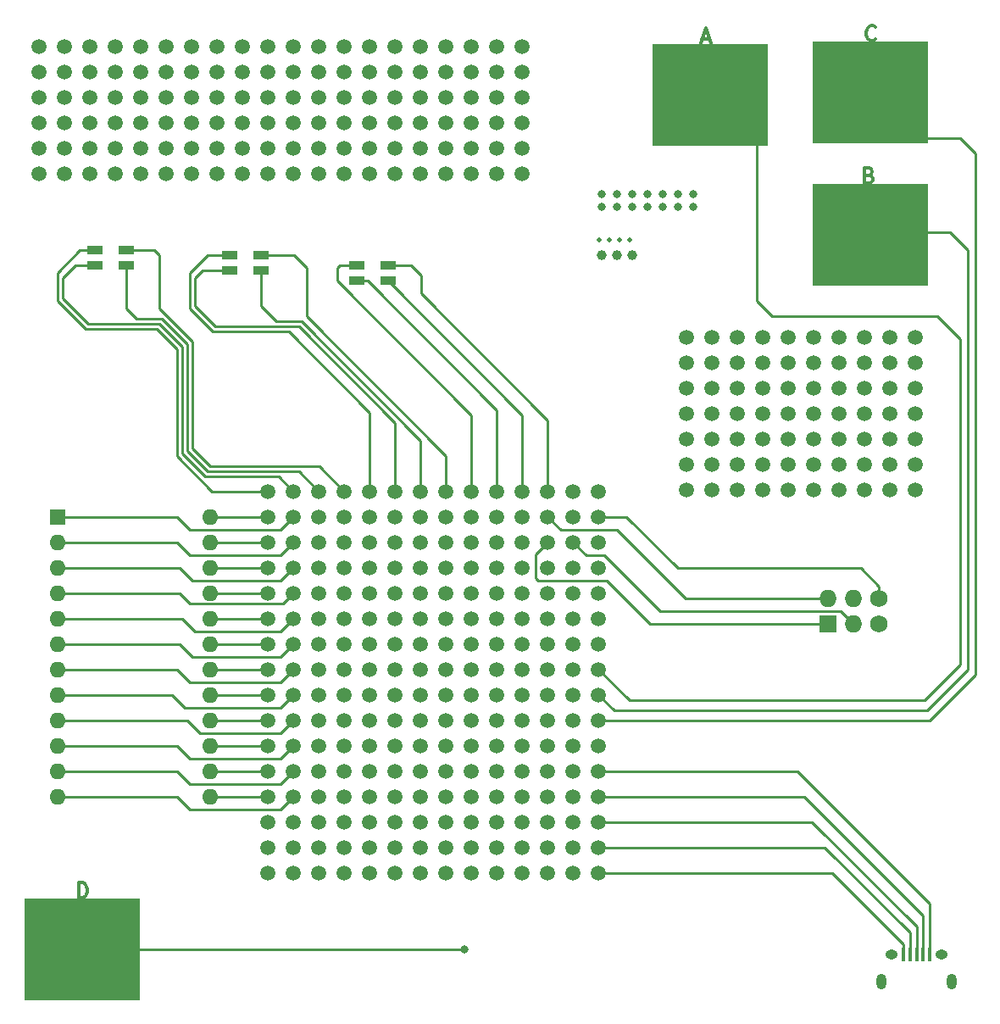
<source format=gbr>
G04 #@! TF.GenerationSoftware,KiCad,Pcbnew,(5.1.4)-1*
G04 #@! TF.CreationDate,2019-09-21T18:09:15-04:00*
G04 #@! TF.ProjectId,test2,74657374-322e-46b6-9963-61645f706362,rev?*
G04 #@! TF.SameCoordinates,Original*
G04 #@! TF.FileFunction,Copper,L1,Top*
G04 #@! TF.FilePolarity,Positive*
%FSLAX46Y46*%
G04 Gerber Fmt 4.6, Leading zero omitted, Abs format (unit mm)*
G04 Created by KiCad (PCBNEW (5.1.4)-1) date 2019-09-21 18:09:15*
%MOMM*%
%LPD*%
G04 APERTURE LIST*
%ADD10C,0.300000*%
%ADD11C,0.100000*%
%ADD12C,1.500000*%
%ADD13R,0.400000X1.350000*%
%ADD14O,1.250000X0.950000*%
%ADD15O,1.000000X1.550000*%
%ADD16O,1.600000X1.600000*%
%ADD17R,1.600000X1.600000*%
%ADD18C,1.000000*%
%ADD19C,0.500000*%
%ADD20C,0.100000*%
%ADD21R,1.498600X0.899160*%
%ADD22R,1.727200X1.727200*%
%ADD23O,1.727200X1.727200*%
%ADD24C,1.727200*%
%ADD25C,0.800000*%
%ADD26C,0.250000*%
G04 APERTURE END LIST*
D10*
X76569142Y-133266571D02*
X76569142Y-131766571D01*
X76926285Y-131766571D01*
X77140571Y-131838000D01*
X77283428Y-131980857D01*
X77354857Y-132123714D01*
X77426285Y-132409428D01*
X77426285Y-132623714D01*
X77354857Y-132909428D01*
X77283428Y-133052285D01*
X77140571Y-133195142D01*
X76926285Y-133266571D01*
X76569142Y-133266571D01*
X156166285Y-47525714D02*
X156094857Y-47597142D01*
X155880571Y-47668571D01*
X155737714Y-47668571D01*
X155523428Y-47597142D01*
X155380571Y-47454285D01*
X155309142Y-47311428D01*
X155237714Y-47025714D01*
X155237714Y-46811428D01*
X155309142Y-46525714D01*
X155380571Y-46382857D01*
X155523428Y-46240000D01*
X155737714Y-46168571D01*
X155880571Y-46168571D01*
X156094857Y-46240000D01*
X156166285Y-46311428D01*
X138834857Y-47494000D02*
X139549142Y-47494000D01*
X138692000Y-47922571D02*
X139192000Y-46422571D01*
X139692000Y-47922571D01*
X155555142Y-61106857D02*
X155769428Y-61178285D01*
X155840857Y-61249714D01*
X155912285Y-61392571D01*
X155912285Y-61606857D01*
X155840857Y-61749714D01*
X155769428Y-61821142D01*
X155626571Y-61892571D01*
X155055142Y-61892571D01*
X155055142Y-60392571D01*
X155555142Y-60392571D01*
X155698000Y-60464000D01*
X155769428Y-60535428D01*
X155840857Y-60678285D01*
X155840857Y-60821142D01*
X155769428Y-60964000D01*
X155698000Y-61035428D01*
X155555142Y-61106857D01*
X155055142Y-61106857D01*
D11*
G36*
X71120000Y-133350000D02*
G01*
X82550000Y-133350000D01*
X82550000Y-143383000D01*
X71120000Y-143383000D01*
X71120000Y-133350000D01*
G37*
X71120000Y-133350000D02*
X82550000Y-133350000D01*
X82550000Y-143383000D01*
X71120000Y-143383000D01*
X71120000Y-133350000D01*
G36*
X149860000Y-61976000D02*
G01*
X161290000Y-61976000D01*
X161290000Y-72009000D01*
X149860000Y-72009000D01*
X149860000Y-61976000D01*
G37*
X149860000Y-61976000D02*
X161290000Y-61976000D01*
X161290000Y-72009000D01*
X149860000Y-72009000D01*
X149860000Y-61976000D01*
G36*
X133858000Y-48006000D02*
G01*
X145288000Y-48006000D01*
X145288000Y-58039000D01*
X133858000Y-58039000D01*
X133858000Y-48006000D01*
G37*
X133858000Y-48006000D02*
X145288000Y-48006000D01*
X145288000Y-58039000D01*
X133858000Y-58039000D01*
X133858000Y-48006000D01*
G36*
X149860000Y-47752000D02*
G01*
X161290000Y-47752000D01*
X161290000Y-57785000D01*
X149860000Y-57785000D01*
X149860000Y-47752000D01*
G37*
X149860000Y-47752000D02*
X161290000Y-47752000D01*
X161290000Y-57785000D01*
X149860000Y-57785000D01*
X149860000Y-47752000D01*
D12*
X160099000Y-92535000D03*
X160099000Y-89995000D03*
X160099000Y-87455000D03*
X160099000Y-84915000D03*
X160099000Y-82375000D03*
X160099000Y-79835000D03*
X160099000Y-77295000D03*
X157559000Y-92535000D03*
X157559000Y-89995000D03*
X157559000Y-87455000D03*
X157559000Y-84915000D03*
X157559000Y-82375000D03*
X157559000Y-79835000D03*
X157559000Y-77295000D03*
X155019000Y-92535000D03*
X155019000Y-89995000D03*
X155019000Y-87455000D03*
X155019000Y-84915000D03*
X155019000Y-82375000D03*
X155019000Y-79835000D03*
X155019000Y-77295000D03*
X152479000Y-92535000D03*
X152479000Y-89995000D03*
X152479000Y-87455000D03*
X152479000Y-84915000D03*
X152479000Y-82375000D03*
X152479000Y-79835000D03*
X152479000Y-77295000D03*
X149939000Y-92535000D03*
X149939000Y-89995000D03*
X149939000Y-87455000D03*
X149939000Y-84915000D03*
X149939000Y-82375000D03*
X149939000Y-79835000D03*
X149939000Y-77295000D03*
X147399000Y-92535000D03*
X147399000Y-89995000D03*
X147399000Y-87455000D03*
X147399000Y-84915000D03*
X147399000Y-82375000D03*
X147399000Y-79835000D03*
X147399000Y-77295000D03*
X144859000Y-92535000D03*
X144859000Y-89995000D03*
X144859000Y-87455000D03*
X144859000Y-84915000D03*
X144859000Y-82375000D03*
X144859000Y-79835000D03*
X144859000Y-77295000D03*
X142319000Y-92535000D03*
X142319000Y-89995000D03*
X142319000Y-87455000D03*
X142319000Y-84915000D03*
X142319000Y-82375000D03*
X142319000Y-79835000D03*
X142319000Y-77295000D03*
X139779000Y-92535000D03*
X139779000Y-89995000D03*
X139779000Y-87455000D03*
X139779000Y-84915000D03*
X139779000Y-82375000D03*
X139779000Y-79835000D03*
X139779000Y-77295000D03*
X137239000Y-92535000D03*
X137239000Y-89995000D03*
X137239000Y-87455000D03*
X137239000Y-84915000D03*
X137239000Y-82375000D03*
X137239000Y-79835000D03*
X137239000Y-77295000D03*
X120856000Y-60912000D03*
X120856000Y-58372000D03*
X120856000Y-55832000D03*
X120856000Y-53292000D03*
X120856000Y-50752000D03*
X120856000Y-48212000D03*
X118316000Y-60912000D03*
X118316000Y-58372000D03*
X118316000Y-55832000D03*
X118316000Y-53292000D03*
X118316000Y-50752000D03*
X118316000Y-48212000D03*
X115776000Y-60912000D03*
X115776000Y-58372000D03*
X115776000Y-55832000D03*
X115776000Y-53292000D03*
X115776000Y-50752000D03*
X115776000Y-48212000D03*
X113236000Y-60912000D03*
X113236000Y-58372000D03*
X113236000Y-55832000D03*
X113236000Y-53292000D03*
X113236000Y-50752000D03*
X113236000Y-48212000D03*
X110696000Y-60912000D03*
X110696000Y-58372000D03*
X110696000Y-55832000D03*
X110696000Y-53292000D03*
X110696000Y-50752000D03*
X110696000Y-48212000D03*
X108156000Y-60912000D03*
X108156000Y-58372000D03*
X108156000Y-55832000D03*
X108156000Y-53292000D03*
X108156000Y-50752000D03*
X108156000Y-48212000D03*
X105616000Y-60912000D03*
X105616000Y-58372000D03*
X105616000Y-55832000D03*
X105616000Y-53292000D03*
X105616000Y-50752000D03*
X105616000Y-48212000D03*
X103076000Y-60912000D03*
X103076000Y-58372000D03*
X103076000Y-55832000D03*
X103076000Y-53292000D03*
X103076000Y-50752000D03*
X103076000Y-48212000D03*
X100536000Y-60912000D03*
X100536000Y-58372000D03*
X100536000Y-55832000D03*
X100536000Y-53292000D03*
X100536000Y-50752000D03*
X100536000Y-48212000D03*
X97996000Y-60912000D03*
X97996000Y-58372000D03*
X97996000Y-55832000D03*
X97996000Y-53292000D03*
X97996000Y-50752000D03*
X97996000Y-48212000D03*
X95456000Y-60912000D03*
X95456000Y-58372000D03*
X95456000Y-55832000D03*
X95456000Y-53292000D03*
X95456000Y-50752000D03*
X95456000Y-48212000D03*
X92916000Y-60912000D03*
X92916000Y-58372000D03*
X92916000Y-55832000D03*
X92916000Y-53292000D03*
X92916000Y-50752000D03*
X92916000Y-48212000D03*
X90376000Y-60912000D03*
X90376000Y-58372000D03*
X90376000Y-55832000D03*
X90376000Y-53292000D03*
X90376000Y-50752000D03*
X90376000Y-48212000D03*
X87836000Y-60912000D03*
X87836000Y-58372000D03*
X87836000Y-55832000D03*
X87836000Y-53292000D03*
X87836000Y-50752000D03*
X87836000Y-48212000D03*
X85296000Y-60912000D03*
X85296000Y-58372000D03*
X85296000Y-55832000D03*
X85296000Y-53292000D03*
X85296000Y-50752000D03*
X85296000Y-48212000D03*
X82756000Y-60912000D03*
X82756000Y-58372000D03*
X82756000Y-55832000D03*
X82756000Y-53292000D03*
X82756000Y-50752000D03*
X82756000Y-48212000D03*
X80216000Y-60912000D03*
X80216000Y-58372000D03*
X80216000Y-55832000D03*
X80216000Y-53292000D03*
X80216000Y-50752000D03*
X80216000Y-48212000D03*
X77676000Y-60912000D03*
X77676000Y-58372000D03*
X77676000Y-55832000D03*
X77676000Y-53292000D03*
X77676000Y-50752000D03*
X77676000Y-48212000D03*
X75136000Y-60912000D03*
X75136000Y-58372000D03*
X75136000Y-55832000D03*
X75136000Y-53292000D03*
X75136000Y-50752000D03*
X75136000Y-48212000D03*
X72596000Y-60912000D03*
X72596000Y-58372000D03*
X72596000Y-55832000D03*
X72596000Y-53292000D03*
X72596000Y-50752000D03*
X72596000Y-48212000D03*
D13*
X160274000Y-138938000D03*
X160924000Y-138938000D03*
X161574000Y-138938000D03*
X159624000Y-138938000D03*
X158974000Y-138938000D03*
D14*
X162774000Y-138938000D03*
X157774000Y-138938000D03*
D15*
X156774000Y-141638000D03*
X163774000Y-141638000D03*
D12*
X128476000Y-130762000D03*
X128476000Y-128222000D03*
X128476000Y-125682000D03*
X128476000Y-123142000D03*
X128476000Y-120602000D03*
X128476000Y-118062000D03*
X128476000Y-115522000D03*
X128476000Y-112982000D03*
X128476000Y-110442000D03*
X128476000Y-107902000D03*
X128476000Y-105362000D03*
X128476000Y-102822000D03*
X128476000Y-100282000D03*
X128476000Y-97742000D03*
X128476000Y-95202000D03*
X128476000Y-92662000D03*
X125936000Y-130762000D03*
X125936000Y-128222000D03*
X125936000Y-125682000D03*
X125936000Y-123142000D03*
X125936000Y-120602000D03*
X125936000Y-118062000D03*
X125936000Y-115522000D03*
X125936000Y-112982000D03*
X125936000Y-110442000D03*
X125936000Y-107902000D03*
X125936000Y-105362000D03*
X125936000Y-102822000D03*
X125936000Y-100282000D03*
X125936000Y-97742000D03*
X125936000Y-95202000D03*
X125936000Y-92662000D03*
X123396000Y-130762000D03*
X123396000Y-128222000D03*
X123396000Y-125682000D03*
X123396000Y-123142000D03*
X123396000Y-120602000D03*
X123396000Y-118062000D03*
X123396000Y-115522000D03*
X123396000Y-112982000D03*
X123396000Y-110442000D03*
X123396000Y-107902000D03*
X123396000Y-105362000D03*
X123396000Y-102822000D03*
X123396000Y-100282000D03*
X123396000Y-97742000D03*
X123396000Y-95202000D03*
X123396000Y-92662000D03*
X120856000Y-130762000D03*
X120856000Y-128222000D03*
X120856000Y-125682000D03*
X120856000Y-123142000D03*
X120856000Y-120602000D03*
X120856000Y-118062000D03*
X120856000Y-115522000D03*
X120856000Y-112982000D03*
X120856000Y-110442000D03*
X120856000Y-107902000D03*
X120856000Y-105362000D03*
X120856000Y-102822000D03*
X120856000Y-100282000D03*
X120856000Y-97742000D03*
X120856000Y-95202000D03*
X120856000Y-92662000D03*
X118316000Y-130762000D03*
X118316000Y-128222000D03*
X118316000Y-125682000D03*
X118316000Y-123142000D03*
X118316000Y-120602000D03*
X118316000Y-118062000D03*
X118316000Y-115522000D03*
X118316000Y-112982000D03*
X118316000Y-110442000D03*
X118316000Y-107902000D03*
X118316000Y-105362000D03*
X118316000Y-102822000D03*
X118316000Y-100282000D03*
X118316000Y-97742000D03*
X118316000Y-95202000D03*
X118316000Y-92662000D03*
X115776000Y-130762000D03*
X115776000Y-128222000D03*
X115776000Y-125682000D03*
X115776000Y-123142000D03*
X115776000Y-120602000D03*
X115776000Y-118062000D03*
X115776000Y-115522000D03*
X115776000Y-112982000D03*
X115776000Y-110442000D03*
X115776000Y-107902000D03*
X115776000Y-105362000D03*
X115776000Y-102822000D03*
X115776000Y-100282000D03*
X115776000Y-97742000D03*
X115776000Y-95202000D03*
X115776000Y-92662000D03*
X113236000Y-130762000D03*
X113236000Y-128222000D03*
X113236000Y-125682000D03*
X113236000Y-123142000D03*
X113236000Y-120602000D03*
X113236000Y-118062000D03*
X113236000Y-115522000D03*
X113236000Y-112982000D03*
X113236000Y-110442000D03*
X113236000Y-107902000D03*
X113236000Y-105362000D03*
X113236000Y-102822000D03*
X113236000Y-100282000D03*
X113236000Y-97742000D03*
X113236000Y-95202000D03*
X113236000Y-92662000D03*
X110696000Y-130762000D03*
X110696000Y-128222000D03*
X110696000Y-125682000D03*
X110696000Y-123142000D03*
X110696000Y-120602000D03*
X110696000Y-118062000D03*
X110696000Y-115522000D03*
X110696000Y-112982000D03*
X110696000Y-110442000D03*
X110696000Y-107902000D03*
X110696000Y-105362000D03*
X110696000Y-102822000D03*
X110696000Y-100282000D03*
X110696000Y-97742000D03*
X110696000Y-95202000D03*
X110696000Y-92662000D03*
X108156000Y-130762000D03*
X108156000Y-128222000D03*
X108156000Y-125682000D03*
X108156000Y-123142000D03*
X108156000Y-120602000D03*
X108156000Y-118062000D03*
X108156000Y-115522000D03*
X108156000Y-112982000D03*
X108156000Y-110442000D03*
X108156000Y-107902000D03*
X108156000Y-105362000D03*
X108156000Y-102822000D03*
X108156000Y-100282000D03*
X108156000Y-97742000D03*
X108156000Y-95202000D03*
X108156000Y-92662000D03*
X105616000Y-130762000D03*
X105616000Y-128222000D03*
X105616000Y-125682000D03*
X105616000Y-123142000D03*
X105616000Y-120602000D03*
X105616000Y-118062000D03*
X105616000Y-115522000D03*
X105616000Y-112982000D03*
X105616000Y-110442000D03*
X105616000Y-107902000D03*
X105616000Y-105362000D03*
X105616000Y-102822000D03*
X105616000Y-100282000D03*
X105616000Y-97742000D03*
X105616000Y-95202000D03*
X105616000Y-92662000D03*
X103076000Y-130762000D03*
X103076000Y-128222000D03*
X103076000Y-125682000D03*
X103076000Y-123142000D03*
X103076000Y-120602000D03*
X103076000Y-118062000D03*
X103076000Y-115522000D03*
X103076000Y-112982000D03*
X103076000Y-110442000D03*
X103076000Y-107902000D03*
X103076000Y-105362000D03*
X103076000Y-102822000D03*
X103076000Y-100282000D03*
X103076000Y-97742000D03*
X103076000Y-95202000D03*
X103076000Y-92662000D03*
X100536000Y-130762000D03*
X100536000Y-128222000D03*
X100536000Y-125682000D03*
X100536000Y-123142000D03*
X100536000Y-120602000D03*
X100536000Y-118062000D03*
X100536000Y-115522000D03*
X100536000Y-112982000D03*
X100536000Y-110442000D03*
X100536000Y-107902000D03*
X100536000Y-105362000D03*
X100536000Y-102822000D03*
X100536000Y-100282000D03*
X100536000Y-97742000D03*
X100536000Y-95202000D03*
X100536000Y-92662000D03*
X97996000Y-130762000D03*
X97996000Y-128222000D03*
X97996000Y-125682000D03*
X97996000Y-123142000D03*
X97996000Y-120602000D03*
X97996000Y-118062000D03*
X97996000Y-115522000D03*
X97996000Y-112982000D03*
X97996000Y-110442000D03*
X97996000Y-107902000D03*
X97996000Y-105362000D03*
X97996000Y-102822000D03*
X97996000Y-100282000D03*
X97996000Y-97742000D03*
X97996000Y-95202000D03*
X97996000Y-92662000D03*
X95456000Y-130762000D03*
X95456000Y-128222000D03*
X95456000Y-125682000D03*
X95456000Y-123142000D03*
X95456000Y-120602000D03*
X95456000Y-118062000D03*
X95456000Y-115522000D03*
X95456000Y-112982000D03*
X95456000Y-110442000D03*
X95456000Y-107902000D03*
X95456000Y-105362000D03*
X95456000Y-102822000D03*
X95456000Y-100282000D03*
X95456000Y-97742000D03*
X95456000Y-95202000D03*
X95456000Y-92662000D03*
D16*
X89662000Y-95250000D03*
X74422000Y-123190000D03*
X89662000Y-97790000D03*
X74422000Y-120650000D03*
X89662000Y-100330000D03*
X74422000Y-118110000D03*
X89662000Y-102870000D03*
X74422000Y-115570000D03*
X89662000Y-105410000D03*
X74422000Y-113030000D03*
X89662000Y-107950000D03*
X74422000Y-110490000D03*
X89662000Y-110490000D03*
X74422000Y-107950000D03*
X89662000Y-113030000D03*
X74422000Y-105410000D03*
X89662000Y-115570000D03*
X74422000Y-102870000D03*
X89662000Y-118110000D03*
X74422000Y-100330000D03*
X89662000Y-120650000D03*
X74422000Y-97790000D03*
X89662000Y-123190000D03*
D17*
X74422000Y-95250000D03*
D18*
X131826000Y-69088000D03*
X130302000Y-69088000D03*
X128778000Y-69088000D03*
D19*
X131572000Y-67564000D03*
X130556000Y-67564000D03*
X129540000Y-67564000D03*
X128524000Y-67564000D03*
D20*
X130810000Y-66548000D03*
X130302000Y-66548000D03*
X129794000Y-66548000D03*
X129286000Y-66548000D03*
X128778000Y-66548000D03*
D21*
X104368600Y-70116700D03*
X104368600Y-71615300D03*
X107467400Y-71615300D03*
X107467400Y-70116700D03*
X81280000Y-68605400D03*
X81280000Y-70104000D03*
X78181200Y-70104000D03*
X78181200Y-68605400D03*
X91643200Y-69088000D03*
X91643200Y-70586600D03*
X94742000Y-70586600D03*
X94742000Y-69088000D03*
D22*
X151444000Y-105938000D03*
D23*
X151444000Y-103398000D03*
X153984000Y-105938000D03*
X153984000Y-103398000D03*
D24*
X156524000Y-105938000D03*
X156524000Y-103398000D03*
D25*
X128778000Y-62992000D03*
X130302000Y-62992000D03*
X131826000Y-62992000D03*
X133350000Y-62992000D03*
X134874000Y-62992000D03*
X136398000Y-62992000D03*
X137922000Y-62992000D03*
X137922000Y-64262000D03*
X136398000Y-64262000D03*
X134874000Y-64262000D03*
X133350000Y-64262000D03*
X131826000Y-64262000D03*
X130302000Y-64262000D03*
X128778000Y-64262000D03*
X115062000Y-138430000D03*
D26*
X95154000Y-95504000D02*
X95456000Y-95202000D01*
X95154000Y-98044000D02*
X95456000Y-97742000D01*
X95154000Y-100584000D02*
X95456000Y-100282000D01*
X95154000Y-103124000D02*
X95456000Y-102822000D01*
X95408000Y-95250000D02*
X95456000Y-95202000D01*
X89662000Y-95250000D02*
X95408000Y-95250000D01*
X95408000Y-97790000D02*
X95456000Y-97742000D01*
X89662000Y-97790000D02*
X95408000Y-97790000D01*
X95408000Y-100330000D02*
X95456000Y-100282000D01*
X89662000Y-100330000D02*
X95408000Y-100330000D01*
X95408000Y-102870000D02*
X95456000Y-102822000D01*
X89662000Y-102870000D02*
X95408000Y-102870000D01*
X95408000Y-105410000D02*
X95456000Y-105362000D01*
X89662000Y-105410000D02*
X95408000Y-105410000D01*
X95408000Y-107950000D02*
X95456000Y-107902000D01*
X89662000Y-107950000D02*
X95408000Y-107950000D01*
X95408000Y-110490000D02*
X95456000Y-110442000D01*
X89662000Y-110490000D02*
X95408000Y-110490000D01*
X95408000Y-113030000D02*
X95456000Y-112982000D01*
X89662000Y-113030000D02*
X95408000Y-113030000D01*
X95408000Y-115570000D02*
X95456000Y-115522000D01*
X89662000Y-115570000D02*
X95408000Y-115570000D01*
X95408000Y-118110000D02*
X95456000Y-118062000D01*
X89662000Y-118110000D02*
X95408000Y-118110000D01*
X95408000Y-120650000D02*
X95456000Y-120602000D01*
X89662000Y-120650000D02*
X95408000Y-120650000D01*
X95408000Y-123190000D02*
X95456000Y-123142000D01*
X89662000Y-123190000D02*
X95408000Y-123190000D01*
X74422000Y-95250000D02*
X86360000Y-95250000D01*
X86360000Y-95250000D02*
X87630000Y-96520000D01*
X96678000Y-96520000D02*
X97996000Y-95202000D01*
X87630000Y-96520000D02*
X96678000Y-96520000D01*
X74422000Y-97790000D02*
X86360000Y-97790000D01*
X86360000Y-97790000D02*
X87630000Y-99060000D01*
X96678000Y-99060000D02*
X97996000Y-97742000D01*
X87630000Y-99060000D02*
X96678000Y-99060000D01*
X74422000Y-100330000D02*
X86614000Y-100330000D01*
X86614000Y-100330000D02*
X87884000Y-101600000D01*
X96678000Y-101600000D02*
X97996000Y-100282000D01*
X87884000Y-101600000D02*
X96678000Y-101600000D01*
X74422000Y-102870000D02*
X86614000Y-102870000D01*
X86614000Y-102870000D02*
X87630000Y-103886000D01*
X96932000Y-103886000D02*
X97996000Y-102822000D01*
X87630000Y-103886000D02*
X96932000Y-103886000D01*
X96678000Y-106680000D02*
X97996000Y-105362000D01*
X88138000Y-106680000D02*
X96678000Y-106680000D01*
X74422000Y-105410000D02*
X86868000Y-105410000D01*
X86868000Y-105410000D02*
X88138000Y-106680000D01*
X74422000Y-107950000D02*
X86614000Y-107950000D01*
X86614000Y-107950000D02*
X87884000Y-109220000D01*
X96678000Y-109220000D02*
X97996000Y-107902000D01*
X87884000Y-109220000D02*
X96678000Y-109220000D01*
X74422000Y-110490000D02*
X86360000Y-110490000D01*
X86360000Y-110490000D02*
X87630000Y-111760000D01*
X96678000Y-111760000D02*
X97996000Y-110442000D01*
X87630000Y-111760000D02*
X96678000Y-111760000D01*
X74422000Y-113030000D02*
X85852000Y-113030000D01*
X85852000Y-113030000D02*
X87122000Y-114300000D01*
X96678000Y-114300000D02*
X97996000Y-112982000D01*
X87122000Y-114300000D02*
X96678000Y-114300000D01*
X96678000Y-116840000D02*
X97996000Y-115522000D01*
X88646000Y-116840000D02*
X96678000Y-116840000D01*
X74422000Y-115570000D02*
X87376000Y-115570000D01*
X87376000Y-115570000D02*
X88646000Y-116840000D01*
X74422000Y-118110000D02*
X86360000Y-118110000D01*
X86360000Y-118110000D02*
X87630000Y-119380000D01*
X96678000Y-119380000D02*
X97996000Y-118062000D01*
X87630000Y-119380000D02*
X96678000Y-119380000D01*
X74422000Y-120650000D02*
X86360000Y-120650000D01*
X86360000Y-120650000D02*
X87630000Y-121920000D01*
X96678000Y-121920000D02*
X97996000Y-120602000D01*
X87630000Y-121920000D02*
X96678000Y-121920000D01*
X74422000Y-123190000D02*
X86360000Y-123190000D01*
X86360000Y-123190000D02*
X87630000Y-124460000D01*
X96678000Y-124460000D02*
X97996000Y-123142000D01*
X87630000Y-124460000D02*
X96678000Y-124460000D01*
X152146000Y-70104000D02*
X151034000Y-70104000D01*
X156210000Y-57404000D02*
X164592000Y-57404000D01*
X164592000Y-57404000D02*
X166116000Y-58928000D01*
X166116000Y-58928000D02*
X166116000Y-110998000D01*
X161592000Y-115522000D02*
X128476000Y-115522000D01*
X166116000Y-110998000D02*
X161592000Y-115522000D01*
X160274000Y-66802000D02*
X163576000Y-66802000D01*
X163576000Y-66802000D02*
X165354000Y-68580000D01*
X165354000Y-68580000D02*
X165354000Y-110490000D01*
X165354000Y-110490000D02*
X161290000Y-114554000D01*
X130048000Y-114554000D02*
X128476000Y-112982000D01*
X161290000Y-114554000D02*
X130048000Y-114554000D01*
X144272000Y-56642000D02*
X144272000Y-73660000D01*
X144272000Y-73660000D02*
X145796000Y-75184000D01*
X145796000Y-75184000D02*
X162306000Y-75184000D01*
X162306000Y-75184000D02*
X164592000Y-77470000D01*
X164592000Y-77470000D02*
X164592000Y-109982000D01*
X164592000Y-109982000D02*
X161036000Y-113538000D01*
X131572000Y-113538000D02*
X128476000Y-110442000D01*
X161036000Y-113538000D02*
X131572000Y-113538000D01*
X81534000Y-138430000D02*
X115062000Y-138430000D01*
X115062000Y-138430000D02*
X115062000Y-138430000D01*
X104368600Y-70116700D02*
X102603300Y-70116700D01*
X102603300Y-70116700D02*
X102362000Y-70358000D01*
X102362000Y-70358000D02*
X102362000Y-71628000D01*
X115776000Y-85042000D02*
X115776000Y-92662000D01*
X102362000Y-71628000D02*
X115776000Y-85042000D01*
X118316000Y-84534000D02*
X118316000Y-92662000D01*
X104368600Y-71615300D02*
X105397300Y-71615300D01*
X105397300Y-71615300D02*
X118316000Y-84534000D01*
X107467400Y-71615300D02*
X107467400Y-71653400D01*
X120856000Y-85042000D02*
X120856000Y-92662000D01*
X107467400Y-71653400D02*
X120856000Y-85042000D01*
X107467400Y-70116700D02*
X109740700Y-70116700D01*
X109740700Y-70116700D02*
X110744000Y-71120000D01*
X110744000Y-71120000D02*
X110744000Y-72898000D01*
X123396000Y-85550000D02*
X123396000Y-92662000D01*
X110744000Y-72898000D02*
X123396000Y-85550000D01*
X81280000Y-68605400D02*
X84099400Y-68605400D01*
X84099400Y-68605400D02*
X84582000Y-69088000D01*
X84582000Y-69088000D02*
X84582000Y-74422000D01*
X84582000Y-74422000D02*
X87884000Y-77724000D01*
X87884000Y-77724000D02*
X87884000Y-88392000D01*
X87884000Y-88392000D02*
X89662000Y-90170000D01*
X100584000Y-90170000D02*
X103076000Y-92662000D01*
X89662000Y-90170000D02*
X100584000Y-90170000D01*
X81280000Y-70104000D02*
X81280000Y-74422000D01*
X81280000Y-74422000D02*
X82296000Y-75438000D01*
X82296000Y-75438000D02*
X84836000Y-75438000D01*
X84836000Y-75438000D02*
X87376000Y-77978000D01*
X87376000Y-77978000D02*
X87376000Y-88646000D01*
X87376000Y-88646000D02*
X89408000Y-90678000D01*
X98552000Y-90678000D02*
X100536000Y-92662000D01*
X89408000Y-90678000D02*
X98552000Y-90678000D01*
X78181200Y-70104000D02*
X76200000Y-70104000D01*
X76200000Y-70104000D02*
X74930000Y-71374000D01*
X74930000Y-71374000D02*
X74930000Y-73406000D01*
X74930000Y-73406000D02*
X77470000Y-75946000D01*
X77470000Y-75946000D02*
X84582000Y-75946000D01*
X84582000Y-75946000D02*
X86868000Y-78232000D01*
X86868000Y-78232000D02*
X86868000Y-88900000D01*
X86868000Y-88900000D02*
X89154000Y-91186000D01*
X96520000Y-91186000D02*
X97996000Y-92662000D01*
X89154000Y-91186000D02*
X96520000Y-91186000D01*
X78181200Y-68605400D02*
X76682600Y-68605400D01*
X76682600Y-68605400D02*
X74422000Y-70866000D01*
X74422000Y-70866000D02*
X74422000Y-73660000D01*
X74422000Y-73660000D02*
X77216000Y-76454000D01*
X77216000Y-76454000D02*
X84328000Y-76454000D01*
X84328000Y-76454000D02*
X86360000Y-78486000D01*
X86360000Y-78486000D02*
X86360000Y-89154000D01*
X89868000Y-92662000D02*
X95456000Y-92662000D01*
X86360000Y-89154000D02*
X89868000Y-92662000D01*
X91643200Y-69088000D02*
X89408000Y-69088000D01*
X89408000Y-69088000D02*
X87630000Y-70866000D01*
X87630000Y-70866000D02*
X87630000Y-74422000D01*
X87630000Y-74422000D02*
X89916000Y-76708000D01*
X89916000Y-76708000D02*
X97536000Y-76708000D01*
X105616000Y-84788000D02*
X105616000Y-92662000D01*
X97536000Y-76708000D02*
X105616000Y-84788000D01*
X91643200Y-70586600D02*
X88925400Y-70586600D01*
X88925400Y-70586600D02*
X88138000Y-71374000D01*
X88138000Y-71374000D02*
X88138000Y-74168000D01*
X88138000Y-74168000D02*
X90170000Y-76200000D01*
X90170000Y-76200000D02*
X98552000Y-76200000D01*
X108156000Y-85804000D02*
X108156000Y-92662000D01*
X98552000Y-76200000D02*
X108156000Y-85804000D01*
X94742000Y-70586600D02*
X94742000Y-74168000D01*
X94742000Y-74168000D02*
X96266000Y-75692000D01*
X96266000Y-75692000D02*
X98806000Y-75692000D01*
X110696000Y-87582000D02*
X110696000Y-92662000D01*
X98806000Y-75692000D02*
X110696000Y-87582000D01*
X94742000Y-69088000D02*
X98044000Y-69088000D01*
X98044000Y-69088000D02*
X99314000Y-70358000D01*
X99314000Y-70358000D02*
X99314000Y-75184000D01*
X113236000Y-89106000D02*
X113236000Y-92662000D01*
X99314000Y-75184000D02*
X113236000Y-89106000D01*
X160274000Y-138938000D02*
X160274000Y-136144000D01*
X149812000Y-125682000D02*
X128476000Y-125682000D01*
X160274000Y-136144000D02*
X149812000Y-125682000D01*
X160924000Y-138938000D02*
X160924000Y-135016000D01*
X149050000Y-123142000D02*
X128476000Y-123142000D01*
X160924000Y-135016000D02*
X149050000Y-123142000D01*
X161574000Y-138938000D02*
X161574000Y-133888000D01*
X161574000Y-133888000D02*
X148336000Y-120650000D01*
X128524000Y-120650000D02*
X128476000Y-120602000D01*
X148336000Y-120650000D02*
X128524000Y-120650000D01*
X159624000Y-138938000D02*
X159624000Y-136764000D01*
X151082000Y-128222000D02*
X128476000Y-128222000D01*
X159624000Y-136764000D02*
X151082000Y-128222000D01*
X158974000Y-138938000D02*
X158974000Y-137892000D01*
X151844000Y-130762000D02*
X128476000Y-130762000D01*
X158974000Y-137892000D02*
X151844000Y-130762000D01*
X156524000Y-103398000D02*
X156524000Y-102168000D01*
X156524000Y-102168000D02*
X154686000Y-100330000D01*
X154686000Y-100330000D02*
X136398000Y-100330000D01*
X131270000Y-95202000D02*
X128476000Y-95202000D01*
X136398000Y-100330000D02*
X131270000Y-95202000D01*
X153984000Y-103398000D02*
X153984000Y-102930000D01*
X153984000Y-105938000D02*
X153944000Y-105938000D01*
X153944000Y-105938000D02*
X152654000Y-104648000D01*
X152654000Y-104648000D02*
X134620000Y-104648000D01*
X134620000Y-104648000D02*
X129032000Y-99060000D01*
X127254000Y-99060000D02*
X125936000Y-97742000D01*
X129032000Y-99060000D02*
X127254000Y-99060000D01*
X151444000Y-103398000D02*
X137180000Y-103398000D01*
X137180000Y-103398000D02*
X130302000Y-96520000D01*
X124714000Y-96520000D02*
X123396000Y-95202000D01*
X130302000Y-96520000D02*
X124714000Y-96520000D01*
X122174000Y-98964000D02*
X123396000Y-97742000D01*
X122174000Y-101346000D02*
X122174000Y-98964000D01*
X122428000Y-101600000D02*
X122174000Y-101346000D01*
X129286000Y-101600000D02*
X122428000Y-101600000D01*
X151444000Y-105938000D02*
X133624000Y-105938000D01*
X133624000Y-105938000D02*
X129286000Y-101600000D01*
M02*

</source>
